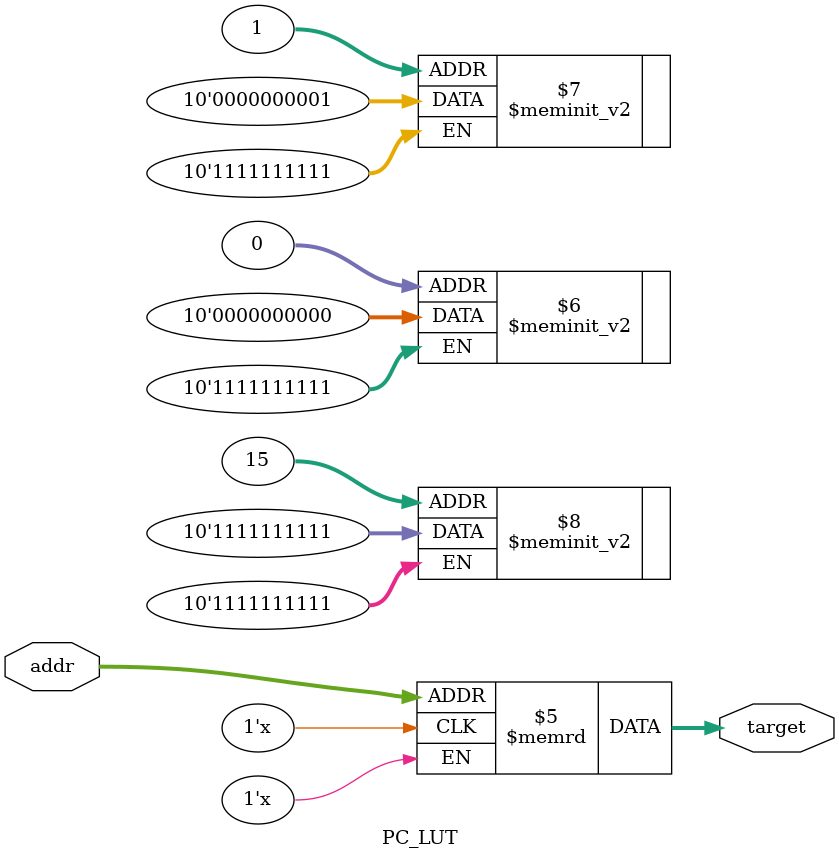
<source format=sv>
module PC_LUT #(parameter D=10)(
  input       [3:0] addr,	   
  output logic [D-1:0] target);

  logic [D-1:0] lut [0:15];

  initial begin
    lut[0] = 10'b000000000000;
    lut[1] = 10'b000000000001;
    // ...
    lut[15] = 10'b111111111111;
  end

  always_comb begin
    target = lut[addr];
  end

endmodule

/*

	   pc = 4    0000_0000_0100	  4
	             1111_1111_1111	 -1

                 0000_0000_0011   3

				 (a+b)%(2**12)


   	  1111_1111_1011      -5
      0000_0001_0100     +20
	  1111_1111_1111      -1
	  0000_0000_0000     + 0


  */

</source>
